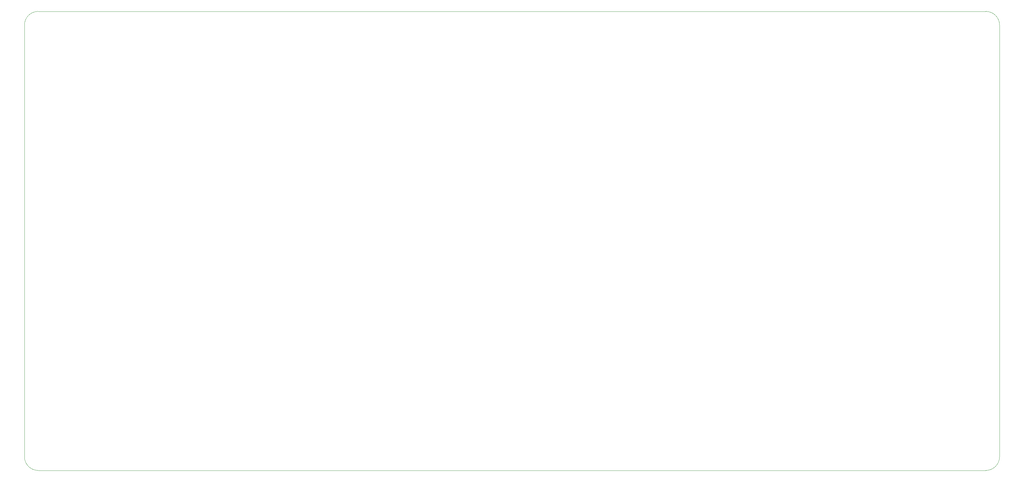
<source format=gbr>
G04 #@! TF.GenerationSoftware,KiCad,Pcbnew,(5.1.5-0-10_14)*
G04 #@! TF.CreationDate,2020-08-10T14:33:18-07:00*
G04 #@! TF.ProjectId,MIDI Mixer One,4d494449-204d-4697-9865-72204f6e652e,v1.0.0*
G04 #@! TF.SameCoordinates,Original*
G04 #@! TF.FileFunction,Profile,NP*
%FSLAX46Y46*%
G04 Gerber Fmt 4.6, Leading zero omitted, Abs format (unit mm)*
G04 Created by KiCad (PCBNEW (5.1.5-0-10_14)) date 2020-08-10 14:33:18*
%MOMM*%
%LPD*%
G04 APERTURE LIST*
%ADD10C,0.050000*%
G04 APERTURE END LIST*
D10*
X62357000Y-65786000D02*
X62357000Y-189992000D01*
X338582000Y-61849000D02*
X66294000Y-61849000D01*
X342519000Y-189992000D02*
X342519000Y-65786000D01*
X66294000Y-193929000D02*
X338582000Y-193929000D01*
X66294000Y-193929000D02*
G75*
G02X62357000Y-189992000I0J3937000D01*
G01*
X342519000Y-189992000D02*
G75*
G02X338582000Y-193929000I-3937000J0D01*
G01*
X338582000Y-61849000D02*
G75*
G02X342519000Y-65786000I0J-3937000D01*
G01*
X62357000Y-65786000D02*
G75*
G02X66294000Y-61849000I3937000J0D01*
G01*
M02*

</source>
